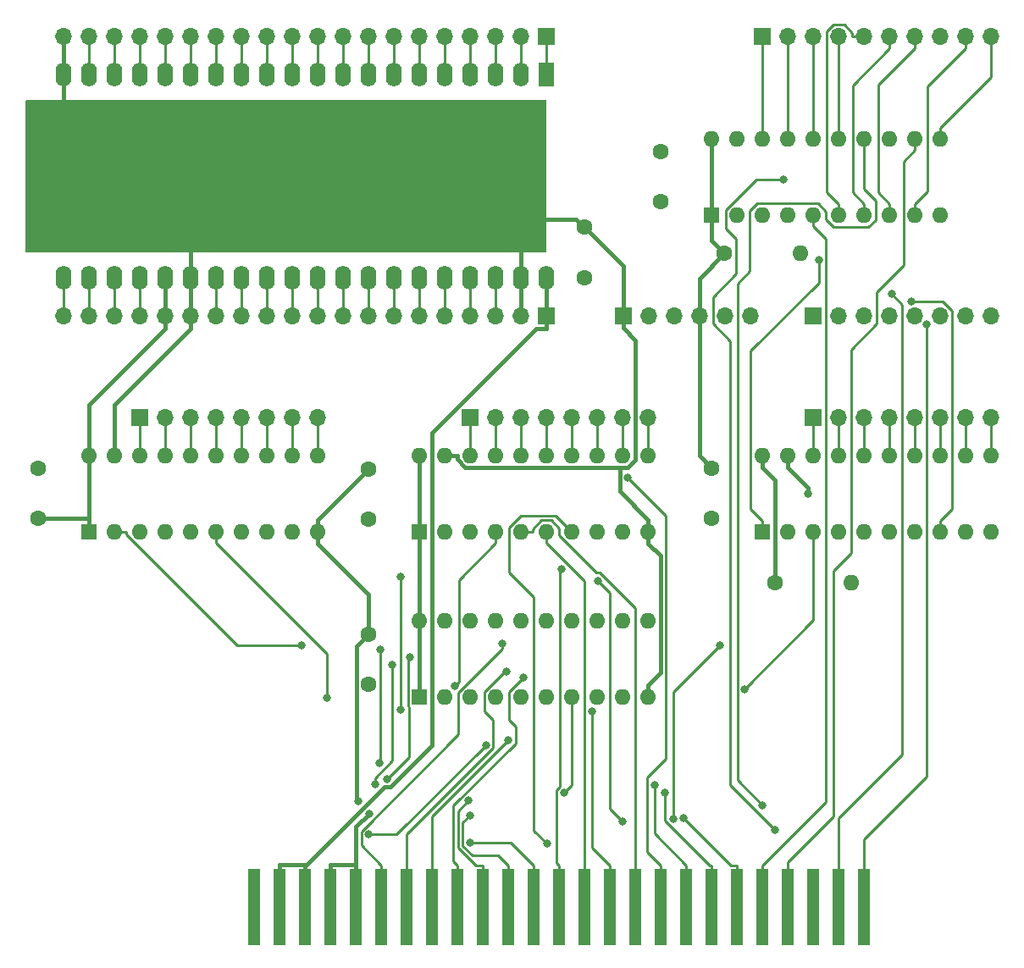
<source format=gbl>
G04 #@! TF.GenerationSoftware,KiCad,Pcbnew,(6.0.9)*
G04 #@! TF.CreationDate,2023-07-02T11:07:52+02:00*
G04 #@! TF.ProjectId,Cartucho_MSX_Tang_Nano_20k_Breakout,43617274-7563-4686-9f5f-4d53585f5461,rev?*
G04 #@! TF.SameCoordinates,Original*
G04 #@! TF.FileFunction,Copper,L2,Bot*
G04 #@! TF.FilePolarity,Positive*
%FSLAX46Y46*%
G04 Gerber Fmt 4.6, Leading zero omitted, Abs format (unit mm)*
G04 Created by KiCad (PCBNEW (6.0.9)) date 2023-07-02 11:07:52*
%MOMM*%
%LPD*%
G01*
G04 APERTURE LIST*
G04 #@! TA.AperFunction,ComponentPad*
%ADD10R,1.600000X2.400000*%
G04 #@! TD*
G04 #@! TA.AperFunction,ComponentPad*
%ADD11O,1.600000X2.400000*%
G04 #@! TD*
G04 #@! TA.AperFunction,ComponentPad*
%ADD12R,1.700000X1.700000*%
G04 #@! TD*
G04 #@! TA.AperFunction,ComponentPad*
%ADD13O,1.700000X1.700000*%
G04 #@! TD*
G04 #@! TA.AperFunction,ComponentPad*
%ADD14C,1.600000*%
G04 #@! TD*
G04 #@! TA.AperFunction,ComponentPad*
%ADD15R,1.600000X1.600000*%
G04 #@! TD*
G04 #@! TA.AperFunction,ComponentPad*
%ADD16O,1.600000X1.600000*%
G04 #@! TD*
G04 #@! TA.AperFunction,SMDPad,CuDef*
%ADD17R,1.270000X7.620000*%
G04 #@! TD*
G04 #@! TA.AperFunction,ViaPad*
%ADD18C,0.800000*%
G04 #@! TD*
G04 #@! TA.AperFunction,Conductor*
%ADD19C,0.400000*%
G04 #@! TD*
G04 #@! TA.AperFunction,Conductor*
%ADD20C,0.250000*%
G04 #@! TD*
G04 APERTURE END LIST*
D10*
X110460000Y-55880000D03*
D11*
X107920000Y-55880000D03*
X105380000Y-55880000D03*
X102840000Y-55880000D03*
X100300000Y-55880000D03*
X97760000Y-55880000D03*
X95220000Y-55880000D03*
X92680000Y-55880000D03*
X90140000Y-55880000D03*
X87600000Y-55880000D03*
X85060000Y-55880000D03*
X82520000Y-55880000D03*
X79980000Y-55880000D03*
X77440000Y-55880000D03*
X74900000Y-55880000D03*
X72360000Y-55880000D03*
X69820000Y-55880000D03*
X67280000Y-55880000D03*
X64740000Y-55880000D03*
X62200000Y-55880000D03*
X62200000Y-76200000D03*
X64740000Y-76200000D03*
X67280000Y-76200000D03*
X69820000Y-76200000D03*
X72360000Y-76200000D03*
X74900000Y-76200000D03*
X77440000Y-76200000D03*
X79980000Y-76200000D03*
X82520000Y-76200000D03*
X85060000Y-76200000D03*
X87600000Y-76200000D03*
X90140000Y-76200000D03*
X92680000Y-76200000D03*
X95220000Y-76200000D03*
X97760000Y-76200000D03*
X100300000Y-76200000D03*
X102840000Y-76200000D03*
X105380000Y-76200000D03*
X107920000Y-76200000D03*
X110460000Y-76200000D03*
D12*
X110460000Y-80010000D03*
D13*
X107920000Y-80010000D03*
X105380000Y-80010000D03*
X102840000Y-80010000D03*
X100300000Y-80010000D03*
X97760000Y-80010000D03*
X95220000Y-80010000D03*
X92680000Y-80010000D03*
X90140000Y-80010000D03*
X87600000Y-80010000D03*
X85060000Y-80010000D03*
X82520000Y-80010000D03*
X79980000Y-80010000D03*
X77440000Y-80010000D03*
X74900000Y-80010000D03*
X72360000Y-80010000D03*
X69820000Y-80010000D03*
X67280000Y-80010000D03*
X64740000Y-80010000D03*
X62200000Y-80010000D03*
D14*
X114300000Y-76135000D03*
X114300000Y-71135000D03*
X127000000Y-95225000D03*
X127000000Y-100225000D03*
X59695000Y-100215000D03*
X59695000Y-95215000D03*
D15*
X64775000Y-101565000D03*
D16*
X67315000Y-101565000D03*
X69855000Y-101565000D03*
X72395000Y-101565000D03*
X74935000Y-101565000D03*
X77475000Y-101565000D03*
X80015000Y-101565000D03*
X82555000Y-101565000D03*
X85095000Y-101565000D03*
X87635000Y-101565000D03*
X87635000Y-93945000D03*
X85095000Y-93945000D03*
X82555000Y-93945000D03*
X80015000Y-93945000D03*
X77475000Y-93945000D03*
X74935000Y-93945000D03*
X72395000Y-93945000D03*
X69855000Y-93945000D03*
X67315000Y-93945000D03*
X64775000Y-93945000D03*
D17*
X142240000Y-139065000D03*
X139700000Y-139065000D03*
X137160000Y-139065000D03*
X134620000Y-139065000D03*
X132080000Y-139065000D03*
X129540000Y-139065000D03*
X127000000Y-139065000D03*
X124460000Y-139065000D03*
X121920000Y-139065000D03*
X119380000Y-139065000D03*
X116840000Y-139065000D03*
X114300000Y-139065000D03*
X111760000Y-139065000D03*
X109220000Y-139065000D03*
X106680000Y-139065000D03*
X104140000Y-139065000D03*
X101600000Y-139065000D03*
X99060000Y-139065000D03*
X96520000Y-139065000D03*
X93980000Y-139065000D03*
X91440000Y-139065000D03*
X88900000Y-139065000D03*
X86360000Y-139065000D03*
X83820000Y-139065000D03*
X81280000Y-139065000D03*
D14*
X128270000Y-73715000D03*
D16*
X135890000Y-73715000D03*
D12*
X110460000Y-52070000D03*
D13*
X107920000Y-52070000D03*
X105380000Y-52070000D03*
X102840000Y-52070000D03*
X100300000Y-52070000D03*
X97760000Y-52070000D03*
X95220000Y-52070000D03*
X92680000Y-52070000D03*
X90140000Y-52070000D03*
X87600000Y-52070000D03*
X85060000Y-52070000D03*
X82520000Y-52070000D03*
X79980000Y-52070000D03*
X77440000Y-52070000D03*
X74900000Y-52070000D03*
X72360000Y-52070000D03*
X69820000Y-52070000D03*
X67280000Y-52070000D03*
X64740000Y-52070000D03*
X62200000Y-52070000D03*
D12*
X137160000Y-79985000D03*
D13*
X139700000Y-79985000D03*
X142240000Y-79985000D03*
X144780000Y-79985000D03*
X147320000Y-79985000D03*
X149860000Y-79985000D03*
X152400000Y-79985000D03*
X154940000Y-79985000D03*
D15*
X97795000Y-118075000D03*
D16*
X100335000Y-118075000D03*
X102875000Y-118075000D03*
X105415000Y-118075000D03*
X107955000Y-118075000D03*
X110495000Y-118075000D03*
X113035000Y-118075000D03*
X115575000Y-118075000D03*
X118115000Y-118075000D03*
X120655000Y-118075000D03*
X120655000Y-110455000D03*
X118115000Y-110455000D03*
X115575000Y-110455000D03*
X113035000Y-110455000D03*
X110495000Y-110455000D03*
X107955000Y-110455000D03*
X105415000Y-110455000D03*
X102875000Y-110455000D03*
X100335000Y-110455000D03*
X97795000Y-110455000D03*
D14*
X92715000Y-100295000D03*
X92715000Y-95295000D03*
X121920000Y-68555000D03*
X121920000Y-63555000D03*
X133350000Y-106655000D03*
D16*
X140970000Y-106655000D03*
D14*
X92715000Y-116805000D03*
X92715000Y-111805000D03*
D12*
X69850000Y-90145000D03*
D13*
X72390000Y-90145000D03*
X74930000Y-90145000D03*
X77470000Y-90145000D03*
X80010000Y-90145000D03*
X82550000Y-90145000D03*
X85090000Y-90145000D03*
X87630000Y-90145000D03*
D12*
X118135000Y-79960000D03*
D13*
X120675000Y-79960000D03*
X123215000Y-79960000D03*
X125755000Y-79960000D03*
X128295000Y-79960000D03*
X130835000Y-79960000D03*
D12*
X132080000Y-52045000D03*
D13*
X134620000Y-52045000D03*
X137160000Y-52045000D03*
X139700000Y-52045000D03*
X142240000Y-52045000D03*
X144780000Y-52045000D03*
X147320000Y-52045000D03*
X149860000Y-52045000D03*
X152400000Y-52045000D03*
X154940000Y-52045000D03*
D15*
X127000000Y-69905000D03*
D16*
X129540000Y-69905000D03*
X132080000Y-69905000D03*
X134620000Y-69905000D03*
X137160000Y-69905000D03*
X139700000Y-69905000D03*
X142240000Y-69905000D03*
X144780000Y-69905000D03*
X147320000Y-69905000D03*
X149860000Y-69905000D03*
X149860000Y-62285000D03*
X147320000Y-62285000D03*
X144780000Y-62285000D03*
X142240000Y-62285000D03*
X139700000Y-62285000D03*
X137160000Y-62285000D03*
X134620000Y-62285000D03*
X132080000Y-62285000D03*
X129540000Y-62285000D03*
X127000000Y-62285000D03*
D15*
X132080000Y-101575000D03*
D16*
X134620000Y-101575000D03*
X137160000Y-101575000D03*
X139700000Y-101575000D03*
X142240000Y-101575000D03*
X144780000Y-101575000D03*
X147320000Y-101575000D03*
X149860000Y-101575000D03*
X152400000Y-101575000D03*
X154940000Y-101575000D03*
X154940000Y-93955000D03*
X152400000Y-93955000D03*
X149860000Y-93955000D03*
X147320000Y-93955000D03*
X144780000Y-93955000D03*
X142240000Y-93955000D03*
X139700000Y-93955000D03*
X137160000Y-93955000D03*
X134620000Y-93955000D03*
X132080000Y-93955000D03*
D15*
X97795000Y-101565000D03*
D16*
X100335000Y-101565000D03*
X102875000Y-101565000D03*
X105415000Y-101565000D03*
X107955000Y-101565000D03*
X110495000Y-101565000D03*
X113035000Y-101565000D03*
X115575000Y-101565000D03*
X118115000Y-101565000D03*
X120655000Y-101565000D03*
X120655000Y-93945000D03*
X118115000Y-93945000D03*
X115575000Y-93945000D03*
X113035000Y-93945000D03*
X110495000Y-93945000D03*
X107955000Y-93945000D03*
X105415000Y-93945000D03*
X102875000Y-93945000D03*
X100335000Y-93945000D03*
X97795000Y-93945000D03*
D12*
X102870000Y-90145000D03*
D13*
X105410000Y-90145000D03*
X107950000Y-90145000D03*
X110490000Y-90145000D03*
X113030000Y-90145000D03*
X115570000Y-90145000D03*
X118110000Y-90145000D03*
X120650000Y-90145000D03*
D12*
X137160000Y-90145000D03*
D13*
X139700000Y-90145000D03*
X142240000Y-90145000D03*
X144780000Y-90145000D03*
X147320000Y-90145000D03*
X149860000Y-90145000D03*
X152400000Y-90145000D03*
X154940000Y-90145000D03*
D18*
X91640200Y-128515200D03*
X136631500Y-97762200D03*
X92731800Y-129743800D03*
X86014300Y-112882100D03*
X124197800Y-130235700D03*
X122312500Y-127662700D03*
X121283100Y-126865900D03*
X104420700Y-122903000D03*
X92722000Y-131809700D03*
X112240500Y-127659000D03*
X93909100Y-113309700D03*
X93814300Y-124678500D03*
X130295100Y-117284300D03*
X108207600Y-116120500D03*
X96831800Y-114072400D03*
X94551100Y-126258800D03*
X127803800Y-112934200D03*
X106637200Y-122418500D03*
X123184800Y-130279300D03*
X93374100Y-126809000D03*
X95084100Y-114835200D03*
X106505800Y-115560400D03*
X146920300Y-78515000D03*
X106042400Y-112750300D03*
X102839900Y-132645900D03*
X102825400Y-129916500D03*
X88515300Y-118194800D03*
X102707900Y-128444200D03*
X115048500Y-119502400D03*
X118629500Y-96176300D03*
X118127200Y-130566800D03*
X115601600Y-106463600D03*
X101308300Y-116975500D03*
X95943500Y-106049800D03*
X95943500Y-119367500D03*
X111954000Y-105330700D03*
X110518200Y-132717300D03*
X137689300Y-74422400D03*
X148517900Y-80838200D03*
X144976700Y-77825100D03*
X134158500Y-66345600D03*
X133357500Y-131372700D03*
X132080000Y-128934200D03*
D19*
X127000000Y-72445000D02*
X128270000Y-73715000D01*
X64775000Y-100215000D02*
X59695000Y-100215000D01*
X125755000Y-93980000D02*
X127000000Y-95225000D01*
X97795000Y-93945000D02*
X97795000Y-101565000D01*
X64775000Y-100215000D02*
X64775000Y-93945000D01*
X125755000Y-76230000D02*
X125755000Y-79960000D01*
X64775000Y-88845100D02*
X72360000Y-81260100D01*
X97795000Y-118075000D02*
X97795000Y-116874900D01*
X97795000Y-116874900D02*
X97795000Y-111655100D01*
X127000000Y-62285000D02*
X127000000Y-69905000D01*
X127000000Y-69905000D02*
X127000000Y-72445000D01*
X132080000Y-93955000D02*
X132080000Y-95155100D01*
X97795000Y-101565000D02*
X97795000Y-110455000D01*
X72360000Y-76200000D02*
X72360000Y-80010000D01*
X132080000Y-95155100D02*
X133350000Y-96425100D01*
X125755000Y-79960000D02*
X125755000Y-93980000D01*
X72360000Y-80010000D02*
X72360000Y-81260100D01*
X128270000Y-73715000D02*
X125755000Y-76230000D01*
X64775000Y-101565000D02*
X64775000Y-100215000D01*
X133350000Y-96425100D02*
X133350000Y-106655000D01*
X64775000Y-93945000D02*
X64775000Y-88845100D01*
X97795000Y-110455000D02*
X97795000Y-111655100D01*
X107920000Y-76200000D02*
X107920000Y-80010000D01*
X121864900Y-115665000D02*
X120655000Y-116874900D01*
X118135000Y-79960000D02*
X118135000Y-81210100D01*
X118135000Y-74970000D02*
X118135000Y-79960000D01*
X101535100Y-94318000D02*
X101535100Y-93945000D01*
X117829400Y-95146700D02*
X117829400Y-97539300D01*
X92715000Y-111805000D02*
X91473000Y-113047000D01*
X67315000Y-88845100D02*
X67315000Y-93945000D01*
X88900000Y-139065000D02*
X88900000Y-134854900D01*
X87635000Y-102765100D02*
X92715000Y-107845100D01*
X117829400Y-97539300D02*
X120655000Y-100364900D01*
X119385000Y-94383100D02*
X118621400Y-95146700D01*
X113466300Y-70301300D02*
X114300000Y-71135000D01*
X118135000Y-81210100D02*
X119385000Y-82460100D01*
X120655000Y-101565000D02*
X120655000Y-102765100D01*
X91440000Y-131035600D02*
X91440000Y-134854900D01*
X100335000Y-93945000D02*
X101535100Y-93945000D01*
X107920000Y-71805000D02*
X107920000Y-76200000D01*
X74900000Y-71805000D02*
X74900000Y-76200000D01*
X92715000Y-107845100D02*
X92715000Y-111805000D01*
X74900000Y-80010000D02*
X74900000Y-81260100D01*
X119385000Y-82460100D02*
X119385000Y-94383100D01*
X114300000Y-71135000D02*
X118135000Y-74970000D01*
X121864900Y-103975000D02*
X121864900Y-115665000D01*
X91440000Y-134854900D02*
X88900000Y-134854900D01*
X91473000Y-128348000D02*
X91640200Y-128515200D01*
X102363800Y-95146700D02*
X101535100Y-94318000D01*
X91440000Y-139065000D02*
X91440000Y-134854900D01*
X120655000Y-102765100D02*
X121864900Y-103975000D01*
X62200000Y-58735600D02*
X62200000Y-55880000D01*
X87635000Y-101565000D02*
X87635000Y-100364900D01*
X134620000Y-95155100D02*
X136631500Y-97166600D01*
X120655000Y-118075000D02*
X120655000Y-116874900D01*
X136631500Y-97166600D02*
X136631500Y-97762200D01*
X134620000Y-93955000D02*
X134620000Y-95155100D01*
X87635000Y-101565000D02*
X87635000Y-102765100D01*
X87645100Y-100364900D02*
X87635000Y-100364900D01*
X74900000Y-76200000D02*
X74900000Y-80010000D01*
X118621400Y-95146700D02*
X117829400Y-95146700D01*
X117829400Y-95146700D02*
X102363800Y-95146700D01*
X92715000Y-95295000D02*
X87645100Y-100364900D01*
X110163700Y-70301300D02*
X113466300Y-70301300D01*
X120655000Y-101565000D02*
X120655000Y-100364900D01*
X74900000Y-81260100D02*
X67315000Y-88845100D01*
X62200000Y-55880000D02*
X62200000Y-52070000D01*
X91473000Y-113047000D02*
X91473000Y-128348000D01*
X92731800Y-129743800D02*
X91440000Y-131035600D01*
D20*
X87630000Y-90145000D02*
X87630000Y-91320100D01*
X87635000Y-91325100D02*
X87635000Y-93945000D01*
X87630000Y-91320100D02*
X87635000Y-91325100D01*
X85090000Y-91320100D02*
X85095000Y-91325100D01*
X85090000Y-90145000D02*
X85090000Y-91320100D01*
X85095000Y-91325100D02*
X85095000Y-93945000D01*
X82550000Y-91320100D02*
X82555000Y-91325100D01*
X82550000Y-90145000D02*
X82550000Y-91320100D01*
X82555000Y-91325100D02*
X82555000Y-93945000D01*
X80010000Y-90145000D02*
X80010000Y-91320100D01*
X80015000Y-91325100D02*
X80015000Y-93945000D01*
X80010000Y-91320100D02*
X80015000Y-91325100D01*
X77470000Y-91320100D02*
X77475000Y-91325100D01*
X77475000Y-91325100D02*
X77475000Y-93945000D01*
X77470000Y-90145000D02*
X77470000Y-91320100D01*
X74930000Y-91320100D02*
X74935000Y-91325100D01*
X74930000Y-90145000D02*
X74930000Y-91320100D01*
X74935000Y-91325100D02*
X74935000Y-93945000D01*
X72390000Y-92814900D02*
X72395000Y-92819900D01*
X72395000Y-93945000D02*
X72395000Y-92819900D01*
X72390000Y-90145000D02*
X72390000Y-92814900D01*
X69855000Y-91325100D02*
X69855000Y-93945000D01*
X69850000Y-91320100D02*
X69855000Y-91325100D01*
X69850000Y-90145000D02*
X69850000Y-91320100D01*
D19*
X98995200Y-122946200D02*
X98995200Y-91709200D01*
X83820000Y-134854900D02*
X86360000Y-134854900D01*
X86360000Y-139065000D02*
X86360000Y-134854900D01*
X98995200Y-91709200D02*
X109444300Y-81260100D01*
X86483800Y-134854900D02*
X94279800Y-127058900D01*
X109444300Y-81260100D02*
X110460000Y-81260100D01*
X110460000Y-76200000D02*
X110460000Y-80010000D01*
X94882500Y-127058900D02*
X98995200Y-122946200D01*
X86360000Y-134854900D02*
X86483800Y-134854900D01*
X110460000Y-80010000D02*
X110460000Y-81260100D01*
X83820000Y-139065000D02*
X83820000Y-134854900D01*
X94279800Y-127058900D02*
X94882500Y-127058900D01*
D20*
X68440100Y-101798200D02*
X79524000Y-112882100D01*
X67315000Y-101565000D02*
X68440100Y-101565000D01*
X79524000Y-112882100D02*
X86014300Y-112882100D01*
X68440100Y-101565000D02*
X68440100Y-101798200D01*
X129540000Y-139065000D02*
X129540000Y-134929900D01*
X128892000Y-134929900D02*
X124197800Y-130235700D01*
X129540000Y-134929900D02*
X128892000Y-134929900D01*
X122312500Y-127662700D02*
X122312500Y-130469100D01*
X127000000Y-139065000D02*
X127000000Y-134929900D01*
X122312500Y-130469100D02*
X126773300Y-134929900D01*
X126773300Y-134929900D02*
X127000000Y-134929900D01*
X124460000Y-139065000D02*
X124460000Y-134929900D01*
X124460000Y-134929900D02*
X121283100Y-131753000D01*
X121283100Y-131753000D02*
X121283100Y-126865900D01*
X113035000Y-118075000D02*
X113035000Y-119200100D01*
X92722000Y-131809700D02*
X95514000Y-131809700D01*
X95514000Y-131809700D02*
X104420700Y-122903000D01*
X113035000Y-126864500D02*
X112240500Y-127659000D01*
X113035000Y-119200100D02*
X113035000Y-126864500D01*
X93909100Y-113309700D02*
X93909100Y-124583700D01*
X93909100Y-124583700D02*
X93814300Y-124678500D01*
X107393800Y-122723700D02*
X101188700Y-128928800D01*
X108207600Y-116120500D02*
X106764000Y-117564100D01*
X101188700Y-134518600D02*
X101600000Y-134929900D01*
X137160000Y-101575000D02*
X137160000Y-110419400D01*
X101600000Y-139065000D02*
X101600000Y-134929900D01*
X107393800Y-121019300D02*
X107393800Y-122723700D01*
X106764000Y-120389500D02*
X107393800Y-121019300D01*
X101188700Y-128928800D02*
X101188700Y-134518600D01*
X106764000Y-117564100D02*
X106764000Y-120389500D01*
X137160000Y-110419400D02*
X130295100Y-117284300D01*
X96646100Y-119044500D02*
X96726800Y-119125200D01*
X96726800Y-119125200D02*
X96726800Y-124083100D01*
X96726800Y-124083100D02*
X94551100Y-126258800D01*
X96646100Y-114258100D02*
X96646100Y-119044500D01*
X96831800Y-114072400D02*
X96646100Y-114258100D01*
X123184800Y-117553200D02*
X123184800Y-130279300D01*
X127803800Y-112934200D02*
X123184800Y-117553200D01*
X106637200Y-122418500D02*
X99060000Y-129995700D01*
X99060000Y-129995700D02*
X99060000Y-139065000D01*
X93374100Y-126176400D02*
X93374100Y-126809000D01*
X95084100Y-124466400D02*
X93374100Y-126176400D01*
X95084100Y-114835200D02*
X95084100Y-124466400D01*
X104288000Y-119531500D02*
X104288000Y-117549000D01*
X106276600Y-115560400D02*
X106505800Y-115560400D01*
X105145800Y-123203400D02*
X105145800Y-120389300D01*
X96520000Y-131829200D02*
X105145800Y-123203400D01*
X96520000Y-139065000D02*
X96520000Y-131829200D01*
X104288000Y-117549000D02*
X106276600Y-115560400D01*
X105145800Y-120389300D02*
X104288000Y-119531500D01*
X150052100Y-78515000D02*
X151035200Y-79498100D01*
X146920300Y-78515000D02*
X150052100Y-78515000D01*
X151035200Y-79498100D02*
X151035200Y-99274700D01*
X149860000Y-101575000D02*
X149860000Y-100449900D01*
X151035200Y-99274700D02*
X149860000Y-100449900D01*
X106042400Y-113300500D02*
X106042400Y-112750300D01*
X101674700Y-121831700D02*
X101674700Y-117668200D01*
X93980000Y-139065000D02*
X93980000Y-134929900D01*
X91975000Y-131531400D02*
X101674700Y-121831700D01*
X91975000Y-132924900D02*
X91975000Y-131531400D01*
X93980000Y-134929900D02*
X91975000Y-132924900D01*
X101674700Y-117668200D02*
X106042400Y-113300500D01*
X109220000Y-139065000D02*
X109220000Y-134929900D01*
X106936000Y-132645900D02*
X109220000Y-134929900D01*
X102839900Y-132645900D02*
X106936000Y-132645900D01*
X102111800Y-130630100D02*
X102825400Y-129916500D01*
X103060000Y-133897800D02*
X102111800Y-132949600D01*
X106680000Y-134929900D02*
X105647900Y-133897800D01*
X102111800Y-132949600D02*
X102111800Y-130630100D01*
X105647900Y-133897800D02*
X103060000Y-133897800D01*
X106680000Y-139065000D02*
X106680000Y-134929900D01*
X77475000Y-101565000D02*
X77475000Y-102690100D01*
X77475000Y-102690100D02*
X88515300Y-113730400D01*
X88515300Y-113730400D02*
X88515300Y-118194800D01*
X103418700Y-134929900D02*
X101661700Y-133172900D01*
X101661700Y-133172900D02*
X101661700Y-129490400D01*
X104140000Y-134929900D02*
X103418700Y-134929900D01*
X101661700Y-129490400D02*
X102707900Y-128444200D01*
X104140000Y-139065000D02*
X104140000Y-134929900D01*
X116840000Y-134929900D02*
X115048500Y-133138400D01*
X115048500Y-133138400D02*
X115048500Y-119502400D01*
X116840000Y-139065000D02*
X116840000Y-134929900D01*
X122416700Y-124261200D02*
X120537700Y-126140200D01*
X121920000Y-139065000D02*
X121920000Y-134929900D01*
X120537700Y-126140200D02*
X120537700Y-133547600D01*
X122416700Y-99963500D02*
X122416700Y-124261200D01*
X120537700Y-133547600D02*
X121920000Y-134929900D01*
X118629500Y-96176300D02*
X122416700Y-99963500D01*
X115601600Y-106463600D02*
X116845000Y-107707000D01*
X116845000Y-129284600D02*
X118127200Y-130566800D01*
X116845000Y-107707000D02*
X116845000Y-129284600D01*
X110989700Y-100423700D02*
X109988200Y-100423700D01*
X115456200Y-105622300D02*
X111765000Y-101931100D01*
X109988200Y-100423700D02*
X109080100Y-101331800D01*
X109080100Y-101331800D02*
X109080100Y-101565000D01*
X111765000Y-101199000D02*
X110989700Y-100423700D01*
X119380000Y-139065000D02*
X119380000Y-134929900D01*
X107955000Y-101565000D02*
X109080100Y-101565000D01*
X115785800Y-105622300D02*
X115456200Y-105622300D01*
X119380000Y-109216500D02*
X115785800Y-105622300D01*
X111765000Y-101931100D02*
X111765000Y-101199000D01*
X119380000Y-134929900D02*
X119380000Y-109216500D01*
X105415000Y-101565000D02*
X105415000Y-102690100D01*
X105415000Y-102690100D02*
X101707500Y-106397600D01*
X101707500Y-116576300D02*
X101308300Y-116975500D01*
X101707500Y-106397600D02*
X101707500Y-116576300D01*
X110495000Y-101565000D02*
X110495000Y-102690100D01*
X114300000Y-139065000D02*
X114300000Y-134929900D01*
X114300000Y-106495100D02*
X114300000Y-134929900D01*
X110495000Y-102690100D02*
X114300000Y-106495100D01*
X95943500Y-119367500D02*
X95943500Y-106049800D01*
X111801000Y-127073200D02*
X111515400Y-127358800D01*
X111954000Y-105330700D02*
X111801000Y-105483700D01*
X111515400Y-134685300D02*
X111760000Y-134929900D01*
X111760000Y-139065000D02*
X111760000Y-134929900D01*
X111801000Y-105483700D02*
X111801000Y-127073200D01*
X111515400Y-127358800D02*
X111515400Y-134685300D01*
X113035000Y-101565000D02*
X111411300Y-99941300D01*
X111411300Y-99941300D02*
X107967200Y-99941300D01*
X106780800Y-101127700D02*
X106780800Y-105634100D01*
X107967200Y-99941300D02*
X106780800Y-101127700D01*
X109225000Y-108078300D02*
X109225000Y-131424100D01*
X109225000Y-131424100D02*
X110518200Y-132717300D01*
X106780800Y-105634100D02*
X109225000Y-108078300D01*
X130909600Y-99279500D02*
X130909600Y-83497000D01*
X137689300Y-76717300D02*
X137689300Y-74422400D01*
X132080000Y-100449900D02*
X130909600Y-99279500D01*
X132080000Y-101575000D02*
X132080000Y-100449900D01*
X130909600Y-83497000D02*
X137689300Y-76717300D01*
X120655000Y-91325100D02*
X120655000Y-93945000D01*
X120650000Y-90145000D02*
X120650000Y-91320100D01*
X120650000Y-91320100D02*
X120655000Y-91325100D01*
X118115000Y-91325100D02*
X118115000Y-93945000D01*
X118110000Y-91320100D02*
X118115000Y-91325100D01*
X118110000Y-90145000D02*
X118110000Y-91320100D01*
X115575000Y-91325100D02*
X115575000Y-93945000D01*
X115570000Y-90145000D02*
X115570000Y-91320100D01*
X115570000Y-91320100D02*
X115575000Y-91325100D01*
X113030000Y-91320100D02*
X113035000Y-91325100D01*
X113030000Y-90145000D02*
X113030000Y-91320100D01*
X113035000Y-91325100D02*
X113035000Y-93945000D01*
X110495000Y-90150000D02*
X110490000Y-90145000D01*
X110495000Y-93945000D02*
X110495000Y-90150000D01*
X107955000Y-91325100D02*
X107955000Y-93945000D01*
X107950000Y-91320100D02*
X107955000Y-91325100D01*
X107950000Y-90145000D02*
X107950000Y-91320100D01*
X105415000Y-93945000D02*
X105415000Y-92819900D01*
X105410000Y-90145000D02*
X105410000Y-92814900D01*
X105410000Y-92814900D02*
X105415000Y-92819900D01*
X102870000Y-91320100D02*
X102875000Y-91325100D01*
X102870000Y-90145000D02*
X102870000Y-91320100D01*
X102875000Y-91325100D02*
X102875000Y-93945000D01*
X154940000Y-90145000D02*
X154940000Y-93955000D01*
X152400000Y-90145000D02*
X152400000Y-93955000D01*
X149860000Y-90145000D02*
X149860000Y-93955000D01*
X147320000Y-90145000D02*
X147320000Y-93955000D01*
X144780000Y-90145000D02*
X144780000Y-93955000D01*
X142240000Y-90145000D02*
X142240000Y-93955000D01*
X139700000Y-90145000D02*
X139700000Y-93955000D01*
X137160000Y-90145000D02*
X137160000Y-93955000D01*
X132080000Y-134929900D02*
X138418600Y-128591300D01*
X132080000Y-139065000D02*
X132080000Y-134929900D01*
X137160000Y-69905000D02*
X137160000Y-71030100D01*
X138418600Y-128591300D02*
X138418600Y-72288700D01*
X138418600Y-72288700D02*
X137160000Y-71030100D01*
X139700000Y-62285000D02*
X139700000Y-52045000D01*
X148517900Y-126010500D02*
X148517900Y-80838200D01*
X142240000Y-139065000D02*
X142240000Y-132288400D01*
X142240000Y-132288400D02*
X148517900Y-126010500D01*
X145995700Y-78844100D02*
X145995700Y-123869800D01*
X145995700Y-123869800D02*
X139700000Y-130165500D01*
X139700000Y-130165500D02*
X139700000Y-139065000D01*
X144976700Y-77825100D02*
X145995700Y-78844100D01*
X138519900Y-51534600D02*
X139210100Y-50844400D01*
X138519900Y-67599800D02*
X138519900Y-51534600D01*
X139210100Y-50844400D02*
X140229500Y-50844400D01*
X140229500Y-50844400D02*
X141064900Y-51679800D01*
X139700000Y-68779900D02*
X138519900Y-67599800D01*
X139700000Y-69905000D02*
X139700000Y-68779900D01*
X141064900Y-51679800D02*
X141064900Y-52045000D01*
X142240000Y-52045000D02*
X141064900Y-52045000D01*
X144780000Y-53220100D02*
X141082500Y-56917600D01*
X144780000Y-52045000D02*
X144780000Y-53220100D01*
X141082500Y-56917600D02*
X141082500Y-67622400D01*
X141082500Y-67622400D02*
X142240000Y-68779900D01*
X142240000Y-69905000D02*
X142240000Y-68779900D01*
X144780000Y-68779900D02*
X143644800Y-67644700D01*
X144780000Y-69905000D02*
X144780000Y-68779900D01*
X147320000Y-52045000D02*
X147320000Y-53220100D01*
X143644800Y-67644700D02*
X143644800Y-56895300D01*
X143644800Y-56895300D02*
X147320000Y-53220100D01*
X147320000Y-69905000D02*
X147320000Y-68779900D01*
X152400000Y-52045000D02*
X152400000Y-53220100D01*
X148590000Y-57030100D02*
X148590000Y-67509900D01*
X152400000Y-53220100D02*
X148590000Y-57030100D01*
X148590000Y-67509900D02*
X147320000Y-68779900D01*
X139171800Y-130057000D02*
X134620000Y-134608800D01*
X140913700Y-83360400D02*
X140913700Y-103687400D01*
X143510000Y-77628900D02*
X143510000Y-80764100D01*
X143510000Y-80764100D02*
X140913700Y-83360400D01*
X146194900Y-74944000D02*
X143510000Y-77628900D01*
X147320000Y-62285000D02*
X147320000Y-63410100D01*
X139171800Y-105429300D02*
X139171800Y-130057000D01*
X146194900Y-64535200D02*
X146194900Y-74944000D01*
X134620000Y-134608800D02*
X134620000Y-139065000D01*
X147320000Y-63410100D02*
X146194900Y-64535200D01*
X140913700Y-103687400D02*
X139171800Y-105429300D01*
X128386000Y-71242700D02*
X128386000Y-69436400D01*
X133357500Y-131372700D02*
X128840400Y-126855600D01*
X129434600Y-75765400D02*
X129434600Y-72291300D01*
X131476800Y-66345600D02*
X134158500Y-66345600D01*
X127107100Y-80773700D02*
X127107100Y-78092900D01*
X128386000Y-69436400D02*
X131476800Y-66345600D01*
X128840400Y-126855600D02*
X128840400Y-82507000D01*
X127107100Y-78092900D02*
X129434600Y-75765400D01*
X128840400Y-82507000D02*
X127107100Y-80773700D01*
X129434600Y-72291300D02*
X128386000Y-71242700D01*
X143368900Y-70383000D02*
X142680200Y-71071700D01*
X139200800Y-71071700D02*
X138430000Y-70300900D01*
X143368900Y-68446500D02*
X143368900Y-70383000D01*
X129570000Y-76739600D02*
X129570000Y-126424200D01*
X138430000Y-69562100D02*
X137609500Y-68741600D01*
X131580800Y-68741600D02*
X130810000Y-69512400D01*
X129570000Y-126424200D02*
X132080000Y-128934200D01*
X138430000Y-70300900D02*
X138430000Y-69562100D01*
X137609500Y-68741600D02*
X131580800Y-68741600D01*
X130810000Y-75499600D02*
X129570000Y-76739600D01*
X142680200Y-71071700D02*
X139200800Y-71071700D01*
X142240000Y-62285000D02*
X142240000Y-67317600D01*
X142240000Y-67317600D02*
X143368900Y-68446500D01*
X130810000Y-69512400D02*
X130810000Y-75499600D01*
X137160000Y-62285000D02*
X137160000Y-52045000D01*
X134620000Y-62285000D02*
X134620000Y-52045000D01*
X132080000Y-62285000D02*
X132080000Y-52045000D01*
X149860000Y-61159900D02*
X154940000Y-56079900D01*
X154940000Y-56079900D02*
X154940000Y-52045000D01*
X149860000Y-62285000D02*
X149860000Y-61159900D01*
X110460000Y-52070000D02*
X110460000Y-55880000D01*
X107920000Y-52070000D02*
X107920000Y-55880000D01*
X105380000Y-52070000D02*
X105380000Y-55880000D01*
X102840000Y-52070000D02*
X102840000Y-55880000D01*
X100300000Y-52070000D02*
X100300000Y-55880000D01*
X97760000Y-52070000D02*
X97760000Y-55880000D01*
X95220000Y-52070000D02*
X95220000Y-55880000D01*
X92680000Y-52070000D02*
X92680000Y-55880000D01*
X90140000Y-52070000D02*
X90140000Y-55880000D01*
X87600000Y-52070000D02*
X87600000Y-55880000D01*
X85060000Y-52070000D02*
X85060000Y-55880000D01*
X82520000Y-52070000D02*
X82520000Y-55880000D01*
X79980000Y-52070000D02*
X79980000Y-55880000D01*
X77440000Y-52070000D02*
X77440000Y-55880000D01*
X74900000Y-52070000D02*
X74900000Y-55880000D01*
X72360000Y-52070000D02*
X72360000Y-55880000D01*
X69820000Y-52070000D02*
X69820000Y-55880000D01*
X67280000Y-52070000D02*
X67280000Y-55880000D01*
X64740000Y-52070000D02*
X64740000Y-55880000D01*
X62200000Y-76200000D02*
X62200000Y-80010000D01*
X64740000Y-76200000D02*
X64740000Y-80010000D01*
X67280000Y-76200000D02*
X67280000Y-80010000D01*
X69820000Y-76200000D02*
X69820000Y-80010000D01*
X77440000Y-76200000D02*
X77440000Y-80010000D01*
X79980000Y-76200000D02*
X79980000Y-80010000D01*
X82520000Y-76200000D02*
X82520000Y-80010000D01*
X85060000Y-76200000D02*
X85060000Y-80010000D01*
X87600000Y-76200000D02*
X87600000Y-80010000D01*
X90140000Y-76200000D02*
X90140000Y-80010000D01*
X92680000Y-76200000D02*
X92680000Y-80010000D01*
X95220000Y-76200000D02*
X95220000Y-80010000D01*
X97760000Y-76200000D02*
X97760000Y-80010000D01*
X100300000Y-76200000D02*
X100300000Y-80010000D01*
X102840000Y-76200000D02*
X102840000Y-80010000D01*
X105380000Y-76200000D02*
X105380000Y-80010000D01*
G04 #@! TA.AperFunction,Conductor*
G36*
X110432121Y-58415002D02*
G01*
X110478614Y-58468658D01*
X110490000Y-58521000D01*
X110490000Y-73509000D01*
X110469998Y-73577121D01*
X110416342Y-73623614D01*
X110364000Y-73635000D01*
X58546000Y-73635000D01*
X58477879Y-73614998D01*
X58431386Y-73561342D01*
X58420000Y-73509000D01*
X58420000Y-58521000D01*
X58440002Y-58452879D01*
X58493658Y-58406386D01*
X58546000Y-58395000D01*
X110364000Y-58395000D01*
X110432121Y-58415002D01*
G37*
G04 #@! TD.AperFunction*
M02*

</source>
